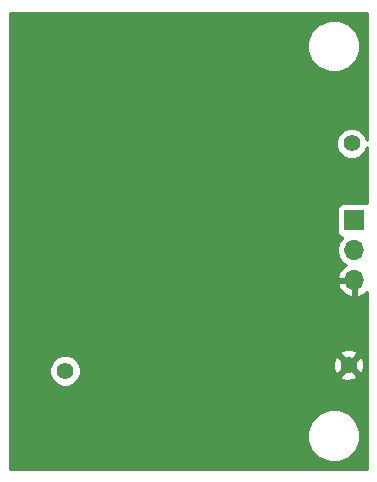
<source format=gbr>
G04 #@! TF.GenerationSoftware,KiCad,Pcbnew,(5.0.2)-1*
G04 #@! TF.CreationDate,2021-01-16T16:59:36+09:00*
G04 #@! TF.ProjectId,AllegroCurrentSensor,416c6c65-6772-46f4-9375-7272656e7453,rev?*
G04 #@! TF.SameCoordinates,Original*
G04 #@! TF.FileFunction,Copper,L2,Bot*
G04 #@! TF.FilePolarity,Positive*
%FSLAX46Y46*%
G04 Gerber Fmt 4.6, Leading zero omitted, Abs format (unit mm)*
G04 Created by KiCad (PCBNEW (5.0.2)-1) date 2021/01/16 16:59:36*
%MOMM*%
%LPD*%
G01*
G04 APERTURE LIST*
G04 #@! TA.AperFunction,ComponentPad*
%ADD10R,1.700000X1.700000*%
G04 #@! TD*
G04 #@! TA.AperFunction,ComponentPad*
%ADD11O,1.700000X1.700000*%
G04 #@! TD*
G04 #@! TA.AperFunction,ComponentPad*
%ADD12C,1.400000*%
G04 #@! TD*
G04 #@! TA.AperFunction,Conductor*
%ADD13C,0.254000*%
G04 #@! TD*
G04 APERTURE END LIST*
D10*
G04 #@! TO.P,J3,1*
G04 #@! TO.N,+5V*
X98250000Y-48250000D03*
D11*
G04 #@! TO.P,J3,2*
G04 #@! TO.N,Net-(J3-Pad2)*
X98250000Y-50790000D03*
G04 #@! TO.P,J3,3*
G04 #@! TO.N,GND*
X98250000Y-53330000D03*
G04 #@! TD*
D12*
G04 #@! TO.P,TP1,1*
G04 #@! TO.N,Net-(R1-Pad2)*
X73750000Y-61000000D03*
G04 #@! TD*
G04 #@! TO.P,TP2,1*
G04 #@! TO.N,Net-(J3-Pad2)*
X98000000Y-41750000D03*
G04 #@! TD*
G04 #@! TO.P,TP3,1*
G04 #@! TO.N,GND*
X97750000Y-60500000D03*
G04 #@! TD*
D13*
G04 #@! TO.N,GND*
G36*
X99315001Y-41436170D02*
X99131758Y-40993783D01*
X98756217Y-40618242D01*
X98265548Y-40415000D01*
X97734452Y-40415000D01*
X97243783Y-40618242D01*
X96868242Y-40993783D01*
X96665000Y-41484452D01*
X96665000Y-42015548D01*
X96868242Y-42506217D01*
X97243783Y-42881758D01*
X97734452Y-43085000D01*
X98265548Y-43085000D01*
X98756217Y-42881758D01*
X99131758Y-42506217D01*
X99315001Y-42063831D01*
X99315001Y-46795326D01*
X99100000Y-46752560D01*
X97400000Y-46752560D01*
X97152235Y-46801843D01*
X96942191Y-46942191D01*
X96801843Y-47152235D01*
X96752560Y-47400000D01*
X96752560Y-49100000D01*
X96801843Y-49347765D01*
X96942191Y-49557809D01*
X97152235Y-49698157D01*
X97197619Y-49707184D01*
X97179375Y-49719375D01*
X96851161Y-50210582D01*
X96735908Y-50790000D01*
X96851161Y-51369418D01*
X97179375Y-51860625D01*
X97498478Y-52073843D01*
X97368642Y-52134817D01*
X96978355Y-52563076D01*
X96808524Y-52973110D01*
X96929845Y-53203000D01*
X98123000Y-53203000D01*
X98123000Y-53183000D01*
X98377000Y-53183000D01*
X98377000Y-53203000D01*
X98397000Y-53203000D01*
X98397000Y-53457000D01*
X98377000Y-53457000D01*
X98377000Y-54650819D01*
X98606892Y-54771486D01*
X99131358Y-54525183D01*
X99315000Y-54323674D01*
X99315000Y-69315000D01*
X69127000Y-69315000D01*
X69127000Y-66055431D01*
X94265000Y-66055431D01*
X94265000Y-66944569D01*
X94605259Y-67766026D01*
X95233974Y-68394741D01*
X96055431Y-68735000D01*
X96944569Y-68735000D01*
X97766026Y-68394741D01*
X98394741Y-67766026D01*
X98735000Y-66944569D01*
X98735000Y-66055431D01*
X98394741Y-65233974D01*
X97766026Y-64605259D01*
X96944569Y-64265000D01*
X96055431Y-64265000D01*
X95233974Y-64605259D01*
X94605259Y-65233974D01*
X94265000Y-66055431D01*
X69127000Y-66055431D01*
X69127000Y-60734452D01*
X72415000Y-60734452D01*
X72415000Y-61265548D01*
X72618242Y-61756217D01*
X72993783Y-62131758D01*
X73484452Y-62335000D01*
X74015548Y-62335000D01*
X74506217Y-62131758D01*
X74881758Y-61756217D01*
X75014696Y-61435275D01*
X96994331Y-61435275D01*
X97056169Y-61671042D01*
X97557122Y-61847419D01*
X98087440Y-61818664D01*
X98443831Y-61671042D01*
X98505669Y-61435275D01*
X97750000Y-60679605D01*
X96994331Y-61435275D01*
X75014696Y-61435275D01*
X75085000Y-61265548D01*
X75085000Y-60734452D01*
X74907994Y-60307122D01*
X96402581Y-60307122D01*
X96431336Y-60837440D01*
X96578958Y-61193831D01*
X96814725Y-61255669D01*
X97570395Y-60500000D01*
X97929605Y-60500000D01*
X98685275Y-61255669D01*
X98921042Y-61193831D01*
X99097419Y-60692878D01*
X99068664Y-60162560D01*
X98921042Y-59806169D01*
X98685275Y-59744331D01*
X97929605Y-60500000D01*
X97570395Y-60500000D01*
X96814725Y-59744331D01*
X96578958Y-59806169D01*
X96402581Y-60307122D01*
X74907994Y-60307122D01*
X74881758Y-60243783D01*
X74506217Y-59868242D01*
X74015548Y-59665000D01*
X73484452Y-59665000D01*
X72993783Y-59868242D01*
X72618242Y-60243783D01*
X72415000Y-60734452D01*
X69127000Y-60734452D01*
X69127000Y-59564725D01*
X96994331Y-59564725D01*
X97750000Y-60320395D01*
X98505669Y-59564725D01*
X98443831Y-59328958D01*
X97942878Y-59152581D01*
X97412560Y-59181336D01*
X97056169Y-59328958D01*
X96994331Y-59564725D01*
X69127000Y-59564725D01*
X69127000Y-53686890D01*
X96808524Y-53686890D01*
X96978355Y-54096924D01*
X97368642Y-54525183D01*
X97893108Y-54771486D01*
X98123000Y-54650819D01*
X98123000Y-53457000D01*
X96929845Y-53457000D01*
X96808524Y-53686890D01*
X69127000Y-53686890D01*
X69127000Y-33055431D01*
X94265000Y-33055431D01*
X94265000Y-33944569D01*
X94605259Y-34766026D01*
X95233974Y-35394741D01*
X96055431Y-35735000D01*
X96944569Y-35735000D01*
X97766026Y-35394741D01*
X98394741Y-34766026D01*
X98735000Y-33944569D01*
X98735000Y-33055431D01*
X98394741Y-32233974D01*
X97766026Y-31605259D01*
X96944569Y-31265000D01*
X96055431Y-31265000D01*
X95233974Y-31605259D01*
X94605259Y-32233974D01*
X94265000Y-33055431D01*
X69127000Y-33055431D01*
X69127000Y-30685000D01*
X99315001Y-30685000D01*
X99315001Y-41436170D01*
X99315001Y-41436170D01*
G37*
X99315001Y-41436170D02*
X99131758Y-40993783D01*
X98756217Y-40618242D01*
X98265548Y-40415000D01*
X97734452Y-40415000D01*
X97243783Y-40618242D01*
X96868242Y-40993783D01*
X96665000Y-41484452D01*
X96665000Y-42015548D01*
X96868242Y-42506217D01*
X97243783Y-42881758D01*
X97734452Y-43085000D01*
X98265548Y-43085000D01*
X98756217Y-42881758D01*
X99131758Y-42506217D01*
X99315001Y-42063831D01*
X99315001Y-46795326D01*
X99100000Y-46752560D01*
X97400000Y-46752560D01*
X97152235Y-46801843D01*
X96942191Y-46942191D01*
X96801843Y-47152235D01*
X96752560Y-47400000D01*
X96752560Y-49100000D01*
X96801843Y-49347765D01*
X96942191Y-49557809D01*
X97152235Y-49698157D01*
X97197619Y-49707184D01*
X97179375Y-49719375D01*
X96851161Y-50210582D01*
X96735908Y-50790000D01*
X96851161Y-51369418D01*
X97179375Y-51860625D01*
X97498478Y-52073843D01*
X97368642Y-52134817D01*
X96978355Y-52563076D01*
X96808524Y-52973110D01*
X96929845Y-53203000D01*
X98123000Y-53203000D01*
X98123000Y-53183000D01*
X98377000Y-53183000D01*
X98377000Y-53203000D01*
X98397000Y-53203000D01*
X98397000Y-53457000D01*
X98377000Y-53457000D01*
X98377000Y-54650819D01*
X98606892Y-54771486D01*
X99131358Y-54525183D01*
X99315000Y-54323674D01*
X99315000Y-69315000D01*
X69127000Y-69315000D01*
X69127000Y-66055431D01*
X94265000Y-66055431D01*
X94265000Y-66944569D01*
X94605259Y-67766026D01*
X95233974Y-68394741D01*
X96055431Y-68735000D01*
X96944569Y-68735000D01*
X97766026Y-68394741D01*
X98394741Y-67766026D01*
X98735000Y-66944569D01*
X98735000Y-66055431D01*
X98394741Y-65233974D01*
X97766026Y-64605259D01*
X96944569Y-64265000D01*
X96055431Y-64265000D01*
X95233974Y-64605259D01*
X94605259Y-65233974D01*
X94265000Y-66055431D01*
X69127000Y-66055431D01*
X69127000Y-60734452D01*
X72415000Y-60734452D01*
X72415000Y-61265548D01*
X72618242Y-61756217D01*
X72993783Y-62131758D01*
X73484452Y-62335000D01*
X74015548Y-62335000D01*
X74506217Y-62131758D01*
X74881758Y-61756217D01*
X75014696Y-61435275D01*
X96994331Y-61435275D01*
X97056169Y-61671042D01*
X97557122Y-61847419D01*
X98087440Y-61818664D01*
X98443831Y-61671042D01*
X98505669Y-61435275D01*
X97750000Y-60679605D01*
X96994331Y-61435275D01*
X75014696Y-61435275D01*
X75085000Y-61265548D01*
X75085000Y-60734452D01*
X74907994Y-60307122D01*
X96402581Y-60307122D01*
X96431336Y-60837440D01*
X96578958Y-61193831D01*
X96814725Y-61255669D01*
X97570395Y-60500000D01*
X97929605Y-60500000D01*
X98685275Y-61255669D01*
X98921042Y-61193831D01*
X99097419Y-60692878D01*
X99068664Y-60162560D01*
X98921042Y-59806169D01*
X98685275Y-59744331D01*
X97929605Y-60500000D01*
X97570395Y-60500000D01*
X96814725Y-59744331D01*
X96578958Y-59806169D01*
X96402581Y-60307122D01*
X74907994Y-60307122D01*
X74881758Y-60243783D01*
X74506217Y-59868242D01*
X74015548Y-59665000D01*
X73484452Y-59665000D01*
X72993783Y-59868242D01*
X72618242Y-60243783D01*
X72415000Y-60734452D01*
X69127000Y-60734452D01*
X69127000Y-59564725D01*
X96994331Y-59564725D01*
X97750000Y-60320395D01*
X98505669Y-59564725D01*
X98443831Y-59328958D01*
X97942878Y-59152581D01*
X97412560Y-59181336D01*
X97056169Y-59328958D01*
X96994331Y-59564725D01*
X69127000Y-59564725D01*
X69127000Y-53686890D01*
X96808524Y-53686890D01*
X96978355Y-54096924D01*
X97368642Y-54525183D01*
X97893108Y-54771486D01*
X98123000Y-54650819D01*
X98123000Y-53457000D01*
X96929845Y-53457000D01*
X96808524Y-53686890D01*
X69127000Y-53686890D01*
X69127000Y-33055431D01*
X94265000Y-33055431D01*
X94265000Y-33944569D01*
X94605259Y-34766026D01*
X95233974Y-35394741D01*
X96055431Y-35735000D01*
X96944569Y-35735000D01*
X97766026Y-35394741D01*
X98394741Y-34766026D01*
X98735000Y-33944569D01*
X98735000Y-33055431D01*
X98394741Y-32233974D01*
X97766026Y-31605259D01*
X96944569Y-31265000D01*
X96055431Y-31265000D01*
X95233974Y-31605259D01*
X94605259Y-32233974D01*
X94265000Y-33055431D01*
X69127000Y-33055431D01*
X69127000Y-30685000D01*
X99315001Y-30685000D01*
X99315001Y-41436170D01*
G04 #@! TD*
M02*

</source>
